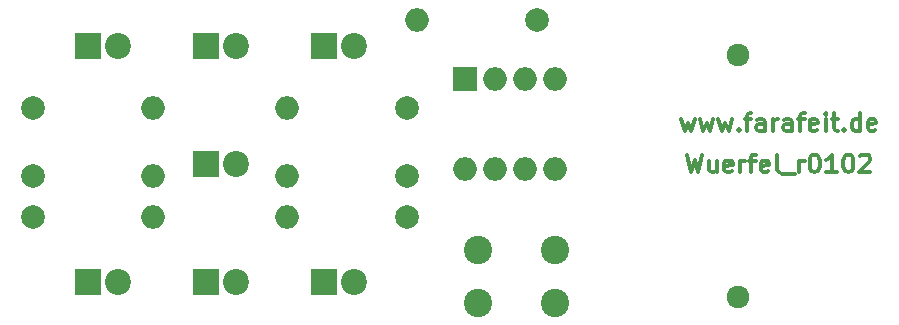
<source format=gbr>
G04 #@! TF.FileFunction,Soldermask,Top*
%FSLAX46Y46*%
G04 Gerber Fmt 4.6, Leading zero omitted, Abs format (unit mm)*
G04 Created by KiCad (PCBNEW 4.0.7) date Thu Mar 29 16:49:58 2018*
%MOMM*%
%LPD*%
G01*
G04 APERTURE LIST*
%ADD10C,0.100000*%
%ADD11C,0.300000*%
%ADD12R,2.200000X2.200000*%
%ADD13C,2.200000*%
%ADD14C,2.400000*%
%ADD15R,2.000000X2.000000*%
%ADD16O,2.000000X2.000000*%
%ADD17C,1.924000*%
%ADD18C,2.000000*%
G04 APERTURE END LIST*
D10*
D11*
X178714288Y-72428571D02*
X179071431Y-73928571D01*
X179357145Y-72857143D01*
X179642859Y-73928571D01*
X180000002Y-72428571D01*
X181214288Y-72928571D02*
X181214288Y-73928571D01*
X180571431Y-72928571D02*
X180571431Y-73714286D01*
X180642859Y-73857143D01*
X180785717Y-73928571D01*
X181000002Y-73928571D01*
X181142859Y-73857143D01*
X181214288Y-73785714D01*
X182500002Y-73857143D02*
X182357145Y-73928571D01*
X182071431Y-73928571D01*
X181928574Y-73857143D01*
X181857145Y-73714286D01*
X181857145Y-73142857D01*
X181928574Y-73000000D01*
X182071431Y-72928571D01*
X182357145Y-72928571D01*
X182500002Y-73000000D01*
X182571431Y-73142857D01*
X182571431Y-73285714D01*
X181857145Y-73428571D01*
X183214288Y-73928571D02*
X183214288Y-72928571D01*
X183214288Y-73214286D02*
X183285716Y-73071429D01*
X183357145Y-73000000D01*
X183500002Y-72928571D01*
X183642859Y-72928571D01*
X183928573Y-72928571D02*
X184500002Y-72928571D01*
X184142859Y-73928571D02*
X184142859Y-72642857D01*
X184214287Y-72500000D01*
X184357145Y-72428571D01*
X184500002Y-72428571D01*
X185571430Y-73857143D02*
X185428573Y-73928571D01*
X185142859Y-73928571D01*
X185000002Y-73857143D01*
X184928573Y-73714286D01*
X184928573Y-73142857D01*
X185000002Y-73000000D01*
X185142859Y-72928571D01*
X185428573Y-72928571D01*
X185571430Y-73000000D01*
X185642859Y-73142857D01*
X185642859Y-73285714D01*
X184928573Y-73428571D01*
X186500002Y-73928571D02*
X186357144Y-73857143D01*
X186285716Y-73714286D01*
X186285716Y-72428571D01*
X186714287Y-74071429D02*
X187857144Y-74071429D01*
X188214287Y-73928571D02*
X188214287Y-72928571D01*
X188214287Y-73214286D02*
X188285715Y-73071429D01*
X188357144Y-73000000D01*
X188500001Y-72928571D01*
X188642858Y-72928571D01*
X189428572Y-72428571D02*
X189571429Y-72428571D01*
X189714286Y-72500000D01*
X189785715Y-72571429D01*
X189857144Y-72714286D01*
X189928572Y-73000000D01*
X189928572Y-73357143D01*
X189857144Y-73642857D01*
X189785715Y-73785714D01*
X189714286Y-73857143D01*
X189571429Y-73928571D01*
X189428572Y-73928571D01*
X189285715Y-73857143D01*
X189214286Y-73785714D01*
X189142858Y-73642857D01*
X189071429Y-73357143D01*
X189071429Y-73000000D01*
X189142858Y-72714286D01*
X189214286Y-72571429D01*
X189285715Y-72500000D01*
X189428572Y-72428571D01*
X191357143Y-73928571D02*
X190500000Y-73928571D01*
X190928572Y-73928571D02*
X190928572Y-72428571D01*
X190785715Y-72642857D01*
X190642857Y-72785714D01*
X190500000Y-72857143D01*
X192285714Y-72428571D02*
X192428571Y-72428571D01*
X192571428Y-72500000D01*
X192642857Y-72571429D01*
X192714286Y-72714286D01*
X192785714Y-73000000D01*
X192785714Y-73357143D01*
X192714286Y-73642857D01*
X192642857Y-73785714D01*
X192571428Y-73857143D01*
X192428571Y-73928571D01*
X192285714Y-73928571D01*
X192142857Y-73857143D01*
X192071428Y-73785714D01*
X192000000Y-73642857D01*
X191928571Y-73357143D01*
X191928571Y-73000000D01*
X192000000Y-72714286D01*
X192071428Y-72571429D01*
X192142857Y-72500000D01*
X192285714Y-72428571D01*
X193357142Y-72571429D02*
X193428571Y-72500000D01*
X193571428Y-72428571D01*
X193928571Y-72428571D01*
X194071428Y-72500000D01*
X194142857Y-72571429D01*
X194214285Y-72714286D01*
X194214285Y-72857143D01*
X194142857Y-73071429D01*
X193285714Y-73928571D01*
X194214285Y-73928571D01*
X178214285Y-69428571D02*
X178499999Y-70428571D01*
X178785713Y-69714286D01*
X179071428Y-70428571D01*
X179357142Y-69428571D01*
X179785714Y-69428571D02*
X180071428Y-70428571D01*
X180357142Y-69714286D01*
X180642857Y-70428571D01*
X180928571Y-69428571D01*
X181357143Y-69428571D02*
X181642857Y-70428571D01*
X181928571Y-69714286D01*
X182214286Y-70428571D01*
X182500000Y-69428571D01*
X183071429Y-70285714D02*
X183142857Y-70357143D01*
X183071429Y-70428571D01*
X183000000Y-70357143D01*
X183071429Y-70285714D01*
X183071429Y-70428571D01*
X183571429Y-69428571D02*
X184142858Y-69428571D01*
X183785715Y-70428571D02*
X183785715Y-69142857D01*
X183857143Y-69000000D01*
X184000001Y-68928571D01*
X184142858Y-68928571D01*
X185285715Y-70428571D02*
X185285715Y-69642857D01*
X185214286Y-69500000D01*
X185071429Y-69428571D01*
X184785715Y-69428571D01*
X184642858Y-69500000D01*
X185285715Y-70357143D02*
X185142858Y-70428571D01*
X184785715Y-70428571D01*
X184642858Y-70357143D01*
X184571429Y-70214286D01*
X184571429Y-70071429D01*
X184642858Y-69928571D01*
X184785715Y-69857143D01*
X185142858Y-69857143D01*
X185285715Y-69785714D01*
X186000001Y-70428571D02*
X186000001Y-69428571D01*
X186000001Y-69714286D02*
X186071429Y-69571429D01*
X186142858Y-69500000D01*
X186285715Y-69428571D01*
X186428572Y-69428571D01*
X187571429Y-70428571D02*
X187571429Y-69642857D01*
X187500000Y-69500000D01*
X187357143Y-69428571D01*
X187071429Y-69428571D01*
X186928572Y-69500000D01*
X187571429Y-70357143D02*
X187428572Y-70428571D01*
X187071429Y-70428571D01*
X186928572Y-70357143D01*
X186857143Y-70214286D01*
X186857143Y-70071429D01*
X186928572Y-69928571D01*
X187071429Y-69857143D01*
X187428572Y-69857143D01*
X187571429Y-69785714D01*
X188071429Y-69428571D02*
X188642858Y-69428571D01*
X188285715Y-70428571D02*
X188285715Y-69142857D01*
X188357143Y-69000000D01*
X188500001Y-68928571D01*
X188642858Y-68928571D01*
X189714286Y-70357143D02*
X189571429Y-70428571D01*
X189285715Y-70428571D01*
X189142858Y-70357143D01*
X189071429Y-70214286D01*
X189071429Y-69642857D01*
X189142858Y-69500000D01*
X189285715Y-69428571D01*
X189571429Y-69428571D01*
X189714286Y-69500000D01*
X189785715Y-69642857D01*
X189785715Y-69785714D01*
X189071429Y-69928571D01*
X190428572Y-70428571D02*
X190428572Y-69428571D01*
X190428572Y-68928571D02*
X190357143Y-69000000D01*
X190428572Y-69071429D01*
X190500000Y-69000000D01*
X190428572Y-68928571D01*
X190428572Y-69071429D01*
X190928572Y-69428571D02*
X191500001Y-69428571D01*
X191142858Y-68928571D02*
X191142858Y-70214286D01*
X191214286Y-70357143D01*
X191357144Y-70428571D01*
X191500001Y-70428571D01*
X192000001Y-70285714D02*
X192071429Y-70357143D01*
X192000001Y-70428571D01*
X191928572Y-70357143D01*
X192000001Y-70285714D01*
X192000001Y-70428571D01*
X193357144Y-70428571D02*
X193357144Y-68928571D01*
X193357144Y-70357143D02*
X193214287Y-70428571D01*
X192928573Y-70428571D01*
X192785715Y-70357143D01*
X192714287Y-70285714D01*
X192642858Y-70142857D01*
X192642858Y-69714286D01*
X192714287Y-69571429D01*
X192785715Y-69500000D01*
X192928573Y-69428571D01*
X193214287Y-69428571D01*
X193357144Y-69500000D01*
X194642858Y-70357143D02*
X194500001Y-70428571D01*
X194214287Y-70428571D01*
X194071430Y-70357143D01*
X194000001Y-70214286D01*
X194000001Y-69642857D01*
X194071430Y-69500000D01*
X194214287Y-69428571D01*
X194500001Y-69428571D01*
X194642858Y-69500000D01*
X194714287Y-69642857D01*
X194714287Y-69785714D01*
X194000001Y-69928571D01*
D12*
X138000000Y-73250000D03*
D13*
X140540000Y-73250000D03*
D12*
X148000000Y-63250000D03*
D13*
X150540000Y-63250000D03*
D12*
X128000000Y-83250000D03*
D13*
X130540000Y-83250000D03*
D12*
X128000000Y-63250000D03*
D13*
X130540000Y-63250000D03*
D12*
X148000000Y-83250000D03*
D13*
X150540000Y-83250000D03*
D12*
X137960000Y-63250000D03*
D13*
X140500000Y-63250000D03*
D12*
X138000000Y-83250000D03*
D13*
X140540000Y-83250000D03*
D14*
X161000000Y-80500000D03*
X161000000Y-85000000D03*
X167500000Y-80500000D03*
X167500000Y-85000000D03*
D15*
X159920000Y-66000000D03*
D16*
X167540000Y-73620000D03*
X162460000Y-66000000D03*
X165000000Y-73620000D03*
X165000000Y-66000000D03*
X162460000Y-73620000D03*
X167540000Y-66000000D03*
X159920000Y-73620000D03*
D17*
X183000000Y-84500000D03*
X183000000Y-64000000D03*
D18*
X155000000Y-74250000D03*
D16*
X144840000Y-74250000D03*
D18*
X155000000Y-68500000D03*
D16*
X144840000Y-68500000D03*
D18*
X123340000Y-74250000D03*
D16*
X133500000Y-74250000D03*
D18*
X123340000Y-68500000D03*
D16*
X133500000Y-68500000D03*
D18*
X155000000Y-77750000D03*
D16*
X144840000Y-77750000D03*
D18*
X166000000Y-61000000D03*
D16*
X155840000Y-61000000D03*
D18*
X123340000Y-77750000D03*
D16*
X133500000Y-77750000D03*
M02*

</source>
